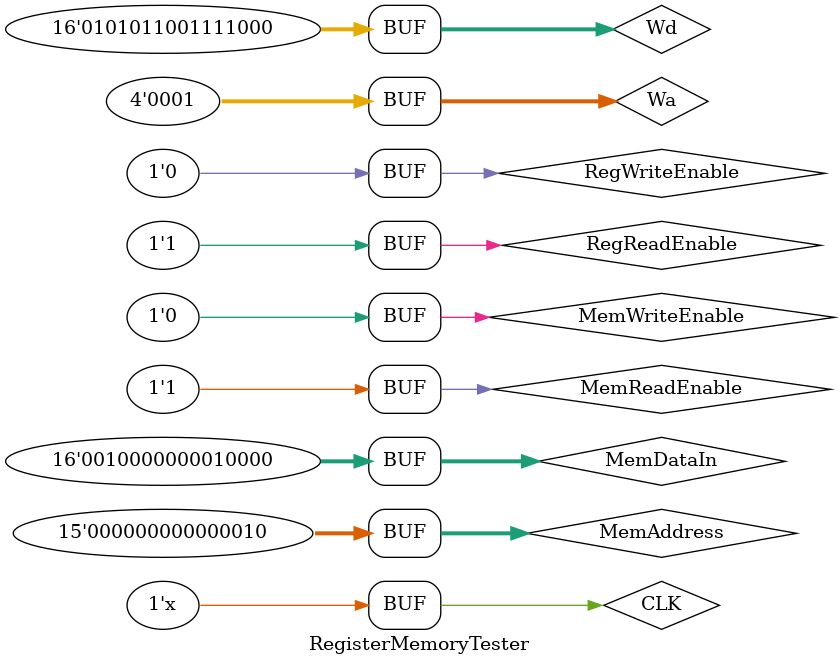
<source format=v>
`timescale 1ns / 1ps


module RegisterMemoryTester;

	// Inputs
	reg [3:0] Rs;
	reg [3:0] Rt;
	reg [3:0] Wa;
	reg [15:0] Wd;
	reg [0:0]RegWriteEnable;
	reg [0:0]RegReadEnable;
	reg [0:0]MemWriteEnable;
	reg MemReadEnable;
	reg [15:0]MemDataIn;
	reg CLK;
	wire [15:0]MemOut;
	reg [14:0]MemAddress; 

	// Outputs
	wire [15:0] Aout;
	wire [15:0] Bout;
	wire error;

	// Instantiate the Unit Under Test (UUT)
	RegisterFile register (
		.clk(CLK),
		.AAddress(MemOut[11:8]), 
		.BAddress(MemOut[7:4]), 
		.WriteAddress(Wa), 
		.DataIn(Wd), 
		.A(Aout), 
		.B(Bout), 
		/*.error(error),*/ //THIS IS NOT IMPLEMENTED 
		.RegWrite(RegWriteEnable), 
		.RegRead(RegReadEnable)
	);
	
	memory Mem (
		.addra(MemAddress),
		.dina(MemDataIn),
		.wea(MemWriteEnable),
		.clka(CLK),
		.douta(MemOut),
		.ena(MemReadEnable)
	);

	initial begin
		// Initialize Inputs
		CLK = 0;
		//Memory
		MemAddress = 16'h2;
		MemWriteEnable = 1;
		MemReadEnable = 0;
		MemDataIn = 16'h2010;
		#100
		MemWriteEnable = 0;
		MemReadEnable = 1;
		#100
		//RegisterFile
		RegWriteEnable = 1;
		RegReadEnable = 0;
		Wa = 0;
		Wd = 16'h1234;
		
		
		// Wait 100 ns for global reset to finish
		#100;
		
		Wa = 1;
		Wd = 16'h5678;
		//Data is written in both registers 1 and 0
		#100
		RegReadEnable=1;
		RegWriteEnable=0;
		#100
		
		if(Aout==16'h1234 && Bout==16'h5678)
		begin 
		$display("Awesome");
		end
		
		  
		

	end
      always #2 CLK = ~CLK;
endmodule


</source>
